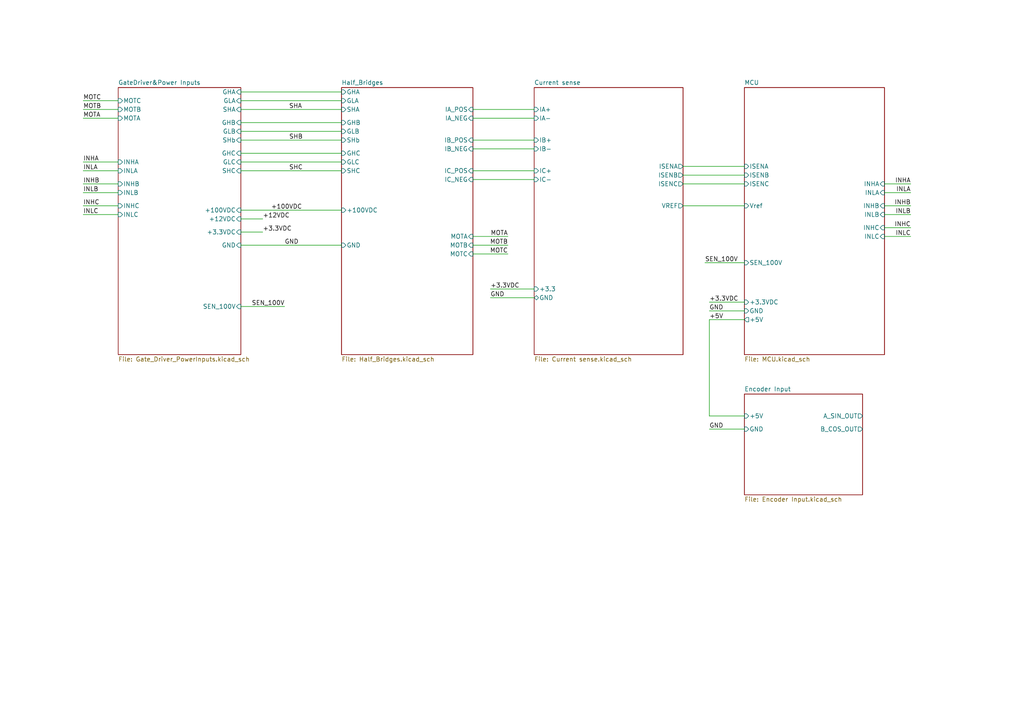
<source format=kicad_sch>
(kicad_sch
	(version 20250114)
	(generator "eeschema")
	(generator_version "9.0")
	(uuid "3e1046b6-e265-4cdd-8404-c358cfc105fe")
	(paper "A4")
	(title_block
		(date "2025-04-19")
		(rev "1")
	)
	(lib_symbols)
	(wire
		(pts
			(xy 24.13 49.53) (xy 34.29 49.53)
		)
		(stroke
			(width 0)
			(type default)
		)
		(uuid "0bb6813a-ef5a-4e9c-a838-3b4729bafff8")
	)
	(wire
		(pts
			(xy 137.16 34.29) (xy 154.94 34.29)
		)
		(stroke
			(width 0)
			(type default)
		)
		(uuid "14409c0d-1da1-442a-a239-5b29c52d79fc")
	)
	(wire
		(pts
			(xy 205.74 120.65) (xy 215.9 120.65)
		)
		(stroke
			(width 0)
			(type default)
		)
		(uuid "1d363c5d-ed17-424f-8d25-ea8ce4ccf227")
	)
	(wire
		(pts
			(xy 76.2 67.31) (xy 69.85 67.31)
		)
		(stroke
			(width 0)
			(type default)
		)
		(uuid "23c9ef9d-f132-4525-9463-744c9f87c575")
	)
	(wire
		(pts
			(xy 205.74 92.71) (xy 205.74 120.65)
		)
		(stroke
			(width 0)
			(type default)
		)
		(uuid "24d1c028-fd74-49cc-bb82-143838135e41")
	)
	(wire
		(pts
			(xy 24.13 29.21) (xy 34.29 29.21)
		)
		(stroke
			(width 0)
			(type default)
		)
		(uuid "2cda8b61-ef0b-476b-91e9-06e740713639")
	)
	(wire
		(pts
			(xy 76.2 63.5) (xy 69.85 63.5)
		)
		(stroke
			(width 0)
			(type default)
		)
		(uuid "32e01962-6210-453a-b19b-9a2b467383e9")
	)
	(wire
		(pts
			(xy 69.85 60.96) (xy 99.06 60.96)
		)
		(stroke
			(width 0)
			(type default)
		)
		(uuid "37addac4-1c84-4706-86ee-dd08e8b87141")
	)
	(wire
		(pts
			(xy 69.85 40.64) (xy 99.06 40.64)
		)
		(stroke
			(width 0)
			(type default)
		)
		(uuid "38ef40ff-0e52-4e4d-be1d-e38ef90952f4")
	)
	(wire
		(pts
			(xy 69.85 46.99) (xy 99.06 46.99)
		)
		(stroke
			(width 0)
			(type default)
		)
		(uuid "3c8387a1-85bb-48d6-8fa9-b19178980d7e")
	)
	(wire
		(pts
			(xy 24.13 53.34) (xy 34.29 53.34)
		)
		(stroke
			(width 0)
			(type default)
		)
		(uuid "3d5011dd-3b57-4e3a-931f-54d68d8365db")
	)
	(wire
		(pts
			(xy 215.9 92.71) (xy 205.74 92.71)
		)
		(stroke
			(width 0)
			(type default)
		)
		(uuid "3f225442-b2f8-4573-99d5-eae736e83bcd")
	)
	(wire
		(pts
			(xy 264.16 55.88) (xy 256.54 55.88)
		)
		(stroke
			(width 0)
			(type default)
		)
		(uuid "46c158cd-3bb0-48c7-a03e-05dce5b363e1")
	)
	(wire
		(pts
			(xy 205.74 124.46) (xy 215.9 124.46)
		)
		(stroke
			(width 0)
			(type default)
		)
		(uuid "47bcb596-e0ca-4192-9e86-64c4eec47222")
	)
	(wire
		(pts
			(xy 137.16 52.07) (xy 154.94 52.07)
		)
		(stroke
			(width 0)
			(type default)
		)
		(uuid "55de407e-442c-47d9-befd-04ff83523eaf")
	)
	(wire
		(pts
			(xy 69.85 35.56) (xy 99.06 35.56)
		)
		(stroke
			(width 0)
			(type default)
		)
		(uuid "57f95698-0288-45b4-8f49-955f037d3073")
	)
	(wire
		(pts
			(xy 264.16 62.23) (xy 256.54 62.23)
		)
		(stroke
			(width 0)
			(type default)
		)
		(uuid "614c3ddf-02cd-456c-9c1c-d9b4a0a4d04f")
	)
	(wire
		(pts
			(xy 82.55 88.9) (xy 69.85 88.9)
		)
		(stroke
			(width 0)
			(type default)
		)
		(uuid "68397ead-5711-4253-b675-09b03ea9e730")
	)
	(wire
		(pts
			(xy 24.13 34.29) (xy 34.29 34.29)
		)
		(stroke
			(width 0)
			(type default)
		)
		(uuid "69df7254-88d4-490a-97fe-11731c3598ff")
	)
	(wire
		(pts
			(xy 24.13 62.23) (xy 34.29 62.23)
		)
		(stroke
			(width 0)
			(type default)
		)
		(uuid "6cdeb102-fae7-43a1-a724-1aaa59b80886")
	)
	(wire
		(pts
			(xy 69.85 26.67) (xy 99.06 26.67)
		)
		(stroke
			(width 0)
			(type default)
		)
		(uuid "6d255231-acc5-48ea-9968-56142c83a7c0")
	)
	(wire
		(pts
			(xy 69.85 31.75) (xy 99.06 31.75)
		)
		(stroke
			(width 0)
			(type default)
		)
		(uuid "6fadf8bb-5eef-42bd-8858-a5be91c01a6f")
	)
	(wire
		(pts
			(xy 137.16 49.53) (xy 154.94 49.53)
		)
		(stroke
			(width 0)
			(type default)
		)
		(uuid "78143685-0963-4f9d-b778-acb22a5ac42b")
	)
	(wire
		(pts
			(xy 69.85 49.53) (xy 99.06 49.53)
		)
		(stroke
			(width 0)
			(type default)
		)
		(uuid "785151b9-8a64-409f-b407-a57e61712271")
	)
	(wire
		(pts
			(xy 24.13 31.75) (xy 34.29 31.75)
		)
		(stroke
			(width 0)
			(type default)
		)
		(uuid "78850930-6c65-4420-8f07-59cddb32e1a2")
	)
	(wire
		(pts
			(xy 264.16 59.69) (xy 256.54 59.69)
		)
		(stroke
			(width 0)
			(type default)
		)
		(uuid "79e56349-ba87-47f2-ae5e-2a045e251c11")
	)
	(wire
		(pts
			(xy 137.16 40.64) (xy 154.94 40.64)
		)
		(stroke
			(width 0)
			(type default)
		)
		(uuid "7d7ae595-6ec5-4a0a-9ae5-e9adc179d3a0")
	)
	(wire
		(pts
			(xy 205.74 87.63) (xy 215.9 87.63)
		)
		(stroke
			(width 0)
			(type default)
		)
		(uuid "87715005-ff20-474b-81cf-9cfed17db1e1")
	)
	(wire
		(pts
			(xy 198.12 53.34) (xy 215.9 53.34)
		)
		(stroke
			(width 0)
			(type default)
		)
		(uuid "87e2ea45-684f-401c-900f-cb525cff54ac")
	)
	(wire
		(pts
			(xy 198.12 59.69) (xy 215.9 59.69)
		)
		(stroke
			(width 0)
			(type default)
		)
		(uuid "951fb531-e14e-4fdf-9f97-3365bc76e843")
	)
	(wire
		(pts
			(xy 264.16 68.58) (xy 256.54 68.58)
		)
		(stroke
			(width 0)
			(type default)
		)
		(uuid "9522f6f4-c6d9-4748-ad92-8b3ff6d4c645")
	)
	(wire
		(pts
			(xy 198.12 50.8) (xy 215.9 50.8)
		)
		(stroke
			(width 0)
			(type default)
		)
		(uuid "975b0518-8ec9-468b-87f5-1ca67bca068e")
	)
	(wire
		(pts
			(xy 69.85 44.45) (xy 99.06 44.45)
		)
		(stroke
			(width 0)
			(type default)
		)
		(uuid "9ef0bc8e-e28e-4f60-bfe7-6ff788b5cbd4")
	)
	(wire
		(pts
			(xy 142.24 83.82) (xy 154.94 83.82)
		)
		(stroke
			(width 0)
			(type default)
		)
		(uuid "a3a1501d-7944-49c5-843c-f8a648d5d4d9")
	)
	(wire
		(pts
			(xy 24.13 46.99) (xy 34.29 46.99)
		)
		(stroke
			(width 0)
			(type default)
		)
		(uuid "a6ccab23-d161-405d-bb98-d3fffee89c6a")
	)
	(wire
		(pts
			(xy 137.16 43.18) (xy 154.94 43.18)
		)
		(stroke
			(width 0)
			(type default)
		)
		(uuid "ae2a31a2-9012-4927-b1af-316b72be4205")
	)
	(wire
		(pts
			(xy 69.85 29.21) (xy 99.06 29.21)
		)
		(stroke
			(width 0)
			(type default)
		)
		(uuid "bcc8cd99-7086-4d2d-a54a-f3ddce97c20d")
	)
	(wire
		(pts
			(xy 147.32 73.66) (xy 137.16 73.66)
		)
		(stroke
			(width 0)
			(type default)
		)
		(uuid "c036e8f8-9d4c-4d0d-87bd-bda99d5b5701")
	)
	(wire
		(pts
			(xy 69.85 71.12) (xy 99.06 71.12)
		)
		(stroke
			(width 0)
			(type default)
		)
		(uuid "c9829a5d-1aa2-4d61-93f7-1af7c5e7979c")
	)
	(wire
		(pts
			(xy 142.24 86.36) (xy 154.94 86.36)
		)
		(stroke
			(width 0)
			(type default)
		)
		(uuid "cd8368a3-4444-4e1e-a2f0-55467a099e25")
	)
	(wire
		(pts
			(xy 147.32 71.12) (xy 137.16 71.12)
		)
		(stroke
			(width 0)
			(type default)
		)
		(uuid "cfcb7a2f-957a-4be4-82b6-279b63d81fc2")
	)
	(wire
		(pts
			(xy 147.32 68.58) (xy 137.16 68.58)
		)
		(stroke
			(width 0)
			(type default)
		)
		(uuid "d46114a8-2f44-414e-888d-f70b8500e5f3")
	)
	(wire
		(pts
			(xy 204.47 76.2) (xy 215.9 76.2)
		)
		(stroke
			(width 0)
			(type default)
		)
		(uuid "d6a5b146-0d39-425e-966a-4f440f148870")
	)
	(wire
		(pts
			(xy 198.12 48.26) (xy 215.9 48.26)
		)
		(stroke
			(width 0)
			(type default)
		)
		(uuid "d727cde4-2463-48d0-8173-1c1ae53e6822")
	)
	(wire
		(pts
			(xy 137.16 31.75) (xy 154.94 31.75)
		)
		(stroke
			(width 0)
			(type default)
		)
		(uuid "d7b8c6f8-bff6-4824-b628-0b514e8df6ff")
	)
	(wire
		(pts
			(xy 24.13 55.88) (xy 34.29 55.88)
		)
		(stroke
			(width 0)
			(type default)
		)
		(uuid "e4ac54ca-2a48-4ea5-874b-a5f81615603e")
	)
	(wire
		(pts
			(xy 69.85 38.1) (xy 99.06 38.1)
		)
		(stroke
			(width 0)
			(type default)
		)
		(uuid "f0dcaed2-b9b8-4c10-b182-17db3d11ea80")
	)
	(wire
		(pts
			(xy 264.16 66.04) (xy 256.54 66.04)
		)
		(stroke
			(width 0)
			(type default)
		)
		(uuid "f341b796-f03f-4255-b22b-45d55e5ebadf")
	)
	(wire
		(pts
			(xy 24.13 59.69) (xy 34.29 59.69)
		)
		(stroke
			(width 0)
			(type default)
		)
		(uuid "f790812f-9b38-47a9-80df-43163d8a14de")
	)
	(wire
		(pts
			(xy 205.74 90.17) (xy 215.9 90.17)
		)
		(stroke
			(width 0)
			(type default)
		)
		(uuid "f9f4e13a-e7e7-4a08-a885-9576f6499038")
	)
	(wire
		(pts
			(xy 264.16 53.34) (xy 256.54 53.34)
		)
		(stroke
			(width 0)
			(type default)
		)
		(uuid "fa0b6977-2902-4212-bc7b-b01c0e4c20fd")
	)
	(label "GND"
		(at 205.74 90.17 0)
		(effects
			(font
				(size 1.27 1.27)
			)
			(justify left bottom)
		)
		(uuid "007c6620-3cc8-4364-9dda-1fb8253d54b8")
	)
	(label "MOTA"
		(at 147.32 68.58 180)
		(effects
			(font
				(size 1.27 1.27)
			)
			(justify right bottom)
		)
		(uuid "06f95d71-4d51-480c-86e4-6f1e17ae65a8")
	)
	(label "INHB"
		(at 24.13 53.34 0)
		(effects
			(font
				(size 1.27 1.27)
			)
			(justify left bottom)
		)
		(uuid "07b56982-c0fc-4b48-b791-bd819cfbbfb2")
	)
	(label "MOTB"
		(at 147.32 71.12 180)
		(effects
			(font
				(size 1.27 1.27)
			)
			(justify right bottom)
		)
		(uuid "1b3574fe-8f44-4696-a71d-e6b55d7cd4b5")
	)
	(label "INLA"
		(at 24.13 49.53 0)
		(effects
			(font
				(size 1.27 1.27)
			)
			(justify left bottom)
		)
		(uuid "26898649-e1db-4896-ae45-655572342a8f")
	)
	(label "INLA"
		(at 264.16 55.88 180)
		(effects
			(font
				(size 1.27 1.27)
			)
			(justify right bottom)
		)
		(uuid "34955b5c-dada-438c-acd6-fa1080024ace")
	)
	(label "MOTB"
		(at 24.13 31.75 0)
		(effects
			(font
				(size 1.27 1.27)
			)
			(justify left bottom)
		)
		(uuid "3783ec5b-4f14-4a91-9f1f-4fdac0794ca4")
	)
	(label "+100VDC"
		(at 87.63 60.96 180)
		(effects
			(font
				(size 1.27 1.27)
			)
			(justify right bottom)
		)
		(uuid "437ef943-8b9a-452e-a0cc-b22d9f7d0607")
	)
	(label "SEN_100V"
		(at 204.47 76.2 0)
		(effects
			(font
				(size 1.27 1.27)
			)
			(justify left bottom)
		)
		(uuid "46d3f797-23d5-4b51-bde4-9e398c9e75b0")
	)
	(label "SHC"
		(at 83.82 49.53 0)
		(effects
			(font
				(size 1.27 1.27)
			)
			(justify left bottom)
		)
		(uuid "4888a0e1-1461-4050-a2df-7882351ffd33")
	)
	(label "GND"
		(at 142.24 86.36 0)
		(effects
			(font
				(size 1.27 1.27)
			)
			(justify left bottom)
		)
		(uuid "51b8c7fa-7f6a-4c3d-9778-1045c54e6c89")
	)
	(label "+3.3VDC"
		(at 142.24 83.82 0)
		(effects
			(font
				(size 1.27 1.27)
			)
			(justify left bottom)
		)
		(uuid "51c3419a-c811-459e-a3e2-065f130d6543")
	)
	(label "+5V"
		(at 205.74 92.71 0)
		(effects
			(font
				(size 1.27 1.27)
			)
			(justify left bottom)
		)
		(uuid "5c46af79-193d-4742-a3cc-5d4fdf070d4f")
	)
	(label "SHB"
		(at 83.82 40.64 0)
		(effects
			(font
				(size 1.27 1.27)
			)
			(justify left bottom)
		)
		(uuid "5d9edee7-cfdb-46fb-ae07-1e1ab418cbb3")
	)
	(label "MOTA"
		(at 24.13 34.29 0)
		(effects
			(font
				(size 1.27 1.27)
			)
			(justify left bottom)
		)
		(uuid "65043e3e-c1c2-4ea3-940f-aca8723baf22")
	)
	(label "SHA"
		(at 87.63 31.75 180)
		(effects
			(font
				(size 1.27 1.27)
			)
			(justify right bottom)
		)
		(uuid "69588273-ef52-4ee6-ad30-1608b8f774cd")
	)
	(label "+3.3VDC"
		(at 205.74 87.63 0)
		(effects
			(font
				(size 1.27 1.27)
			)
			(justify left bottom)
		)
		(uuid "6dae1ac5-696d-483e-a740-72f55bc173cb")
	)
	(label "INHA"
		(at 24.13 46.99 0)
		(effects
			(font
				(size 1.27 1.27)
			)
			(justify left bottom)
		)
		(uuid "73d75eb8-5b8a-484a-8ff4-4bfa0c89536e")
	)
	(label "GND"
		(at 82.55 71.12 0)
		(effects
			(font
				(size 1.27 1.27)
			)
			(justify left bottom)
		)
		(uuid "75b95d07-a291-469d-a693-4d30de4da4d5")
	)
	(label "+3.3VDC"
		(at 76.2 67.31 0)
		(effects
			(font
				(size 1.27 1.27)
			)
			(justify left bottom)
		)
		(uuid "7a51b4a2-03f8-447b-b059-e02af718bcea")
	)
	(label "+12VDC"
		(at 76.2 63.5 0)
		(effects
			(font
				(size 1.27 1.27)
			)
			(justify left bottom)
		)
		(uuid "88933d16-af2b-41b0-86e3-7ac982cc6804")
	)
	(label "MOTC"
		(at 24.13 29.21 0)
		(effects
			(font
				(size 1.27 1.27)
			)
			(justify left bottom)
		)
		(uuid "8b1dcc58-d41a-45d0-a869-893f876c40ec")
	)
	(label "MOTC"
		(at 147.32 73.66 180)
		(effects
			(font
				(size 1.27 1.27)
			)
			(justify right bottom)
		)
		(uuid "8fda1b27-c211-4e79-98ee-2f07239615dd")
	)
	(label "GND"
		(at 205.74 124.46 0)
		(effects
			(font
				(size 1.27 1.27)
			)
			(justify left bottom)
		)
		(uuid "985a7f9e-bd1a-4c21-a8ee-be719ea4bb71")
	)
	(label "INLC"
		(at 264.16 68.58 180)
		(effects
			(font
				(size 1.27 1.27)
			)
			(justify right bottom)
		)
		(uuid "9869ff46-4a6f-4a22-85bc-057344d97cc9")
	)
	(label "SEN_100V"
		(at 82.55 88.9 180)
		(effects
			(font
				(size 1.27 1.27)
			)
			(justify right bottom)
		)
		(uuid "9be92621-2fda-4594-acb8-790a1f490816")
	)
	(label "INHC"
		(at 24.13 59.69 0)
		(effects
			(font
				(size 1.27 1.27)
			)
			(justify left bottom)
		)
		(uuid "af8ccd77-4cb7-4263-8e90-dcf357f7ba51")
	)
	(label "INHC"
		(at 264.16 66.04 180)
		(effects
			(font
				(size 1.27 1.27)
			)
			(justify right bottom)
		)
		(uuid "d5212538-0014-4ddd-9ea5-0d2f92f83732")
	)
	(label "INLC"
		(at 24.13 62.23 0)
		(effects
			(font
				(size 1.27 1.27)
			)
			(justify left bottom)
		)
		(uuid "dcd82ff9-ba02-4017-bcf9-5391849a46fa")
	)
	(label "INHA"
		(at 264.16 53.34 180)
		(effects
			(font
				(size 1.27 1.27)
			)
			(justify right bottom)
		)
		(uuid "df82fe0e-1bb7-4685-acf6-18874e158a9e")
	)
	(label "INHB"
		(at 264.16 59.69 180)
		(effects
			(font
				(size 1.27 1.27)
			)
			(justify right bottom)
		)
		(uuid "f340a225-6f5e-44ad-8c57-c1c092dc501c")
	)
	(label "INLB"
		(at 264.16 62.23 180)
		(effects
			(font
				(size 1.27 1.27)
			)
			(justify right bottom)
		)
		(uuid "f761ba14-0adf-4bdd-ba58-6f772cca7698")
	)
	(label "INLB"
		(at 24.13 55.88 0)
		(effects
			(font
				(size 1.27 1.27)
			)
			(justify left bottom)
		)
		(uuid "fa67cf8f-90c9-4dbb-b9b9-e9b913206f96")
	)
	(sheet
		(at 34.29 25.4)
		(size 35.56 77.47)
		(exclude_from_sim no)
		(in_bom yes)
		(on_board yes)
		(dnp no)
		(fields_autoplaced yes)
		(stroke
			(width 0.1524)
			(type solid)
		)
		(fill
			(color 0 0 0 0.0000)
		)
		(uuid "03e2b942-8425-43a4-a33a-3293cc4215cb")
		(property "Sheetname" "GateDriver&Power Inputs"
			(at 34.29 24.6884 0)
			(effects
				(font
					(size 1.27 1.27)
				)
				(justify left bottom)
			)
		)
		(property "Sheetfile" "Gate_Driver_PowerInputs.kicad_sch"
			(at 34.29 103.4546 0)
			(effects
				(font
					(size 1.27 1.27)
				)
				(justify left top)
			)
		)
		(pin "MOTC" input
			(at 34.29 29.21 180)
			(uuid "36d9e6db-f770-4763-9098-3a1c7139de1f")
			(effects
				(font
					(size 1.27 1.27)
				)
				(justify left)
			)
		)
		(pin "MOTB" input
			(at 34.29 31.75 180)
			(uuid "b4a39533-c5fb-431c-9f5b-8d8ae0692254")
			(effects
				(font
					(size 1.27 1.27)
				)
				(justify left)
			)
		)
		(pin "+100VDC" input
			(at 69.85 60.96 0)
			(uuid "613f963f-17d7-4897-81b7-0c32f47af66e")
			(effects
				(font
					(size 1.27 1.27)
				)
				(justify right)
			)
		)
		(pin "MOTA" input
			(at 34.29 34.29 180)
			(uuid "d9740e95-4b2a-4c19-931c-16f85843ad95")
			(effects
				(font
					(size 1.27 1.27)
				)
				(justify left)
			)
		)
		(pin "GLA" input
			(at 69.85 29.21 0)
			(uuid "c7333463-a745-49dc-a018-4a6574953e79")
			(effects
				(font
					(size 1.27 1.27)
				)
				(justify right)
			)
		)
		(pin "SHA" input
			(at 69.85 31.75 0)
			(uuid "c48e311c-9875-4ed6-a859-4e560d02a3a3")
			(effects
				(font
					(size 1.27 1.27)
				)
				(justify right)
			)
		)
		(pin "GHA" input
			(at 69.85 26.67 0)
			(uuid "2fd337ec-f4ea-4f9c-8534-a8654454a7f8")
			(effects
				(font
					(size 1.27 1.27)
				)
				(justify right)
			)
		)
		(pin "SHb" input
			(at 69.85 40.64 0)
			(uuid "4959addb-5b71-4292-a426-5296e70f9b03")
			(effects
				(font
					(size 1.27 1.27)
				)
				(justify right)
			)
		)
		(pin "SHC" input
			(at 69.85 49.53 0)
			(uuid "b2082b14-2dca-419e-9d55-4d532aed2cae")
			(effects
				(font
					(size 1.27 1.27)
				)
				(justify right)
			)
		)
		(pin "GHC" input
			(at 69.85 44.45 0)
			(uuid "96d5900b-e28d-4922-a763-e85843f802d4")
			(effects
				(font
					(size 1.27 1.27)
				)
				(justify right)
			)
		)
		(pin "GHB" input
			(at 69.85 35.56 0)
			(uuid "51b82590-ae31-480c-9584-8111a15d189d")
			(effects
				(font
					(size 1.27 1.27)
				)
				(justify right)
			)
		)
		(pin "GLB" input
			(at 69.85 38.1 0)
			(uuid "17ffa565-c4e0-4206-969d-51a3533f68e1")
			(effects
				(font
					(size 1.27 1.27)
				)
				(justify right)
			)
		)
		(pin "GLC" input
			(at 69.85 46.99 0)
			(uuid "0049d129-345c-437b-b4b6-91dd5c14cf97")
			(effects
				(font
					(size 1.27 1.27)
				)
				(justify right)
			)
		)
		(pin "GND" input
			(at 69.85 71.12 0)
			(uuid "6522412d-c973-4f71-ba24-31ff5a0b1fe9")
			(effects
				(font
					(size 1.27 1.27)
				)
				(justify right)
			)
		)
		(pin "INLC" input
			(at 34.29 62.23 180)
			(uuid "1dd64938-f439-49c3-b42b-ff1510c46c80")
			(effects
				(font
					(size 1.27 1.27)
				)
				(justify left)
			)
		)
		(pin "INLB" input
			(at 34.29 55.88 180)
			(uuid "078e69a6-1a48-4104-a5d7-542aff8264f2")
			(effects
				(font
					(size 1.27 1.27)
				)
				(justify left)
			)
		)
		(pin "INLA" input
			(at 34.29 49.53 180)
			(uuid "5a5bcc94-7b5e-439a-bc55-41fb88606562")
			(effects
				(font
					(size 1.27 1.27)
				)
				(justify left)
			)
		)
		(pin "INHC" input
			(at 34.29 59.69 180)
			(uuid "841a3c04-14f8-481c-be0f-0a863bef1aec")
			(effects
				(font
					(size 1.27 1.27)
				)
				(justify left)
			)
		)
		(pin "+12VDC" input
			(at 69.85 63.5 0)
			(uuid "e1f5c182-885f-4d20-9b7a-49e48db23270")
			(effects
				(font
					(size 1.27 1.27)
				)
				(justify right)
			)
		)
		(pin "+3.3VDC" input
			(at 69.85 67.31 0)
			(uuid "f55fbe5c-e7b0-4a65-b13b-be33c329961a")
			(effects
				(font
					(size 1.27 1.27)
				)
				(justify right)
			)
		)
		(pin "SEN_100V" input
			(at 69.85 88.9 0)
			(uuid "3ad2a47a-55b0-49be-b6b0-5783395fe753")
			(effects
				(font
					(size 1.27 1.27)
				)
				(justify right)
			)
		)
		(pin "INHA" input
			(at 34.29 46.99 180)
			(uuid "eb4e04a2-f021-44e4-a8c7-2089370deebd")
			(effects
				(font
					(size 1.27 1.27)
				)
				(justify left)
			)
		)
		(pin "INHB" input
			(at 34.29 53.34 180)
			(uuid "4629bd5d-70cc-4d0c-b698-d74c7bf7aab3")
			(effects
				(font
					(size 1.27 1.27)
				)
				(justify left)
			)
		)
		(instances
			(project "Custom Inverter PCB"
				(path "/3e1046b6-e265-4cdd-8404-c358cfc105fe"
					(page "2")
				)
			)
		)
	)
	(sheet
		(at 215.9 25.4)
		(size 40.64 77.47)
		(exclude_from_sim no)
		(in_bom yes)
		(on_board yes)
		(dnp no)
		(fields_autoplaced yes)
		(stroke
			(width 0.1524)
			(type solid)
		)
		(fill
			(color 0 0 0 0.0000)
		)
		(uuid "0b285de8-9ee2-45ab-8a02-21d3047a383b")
		(property "Sheetname" "MCU"
			(at 215.9 24.6884 0)
			(effects
				(font
					(size 1.27 1.27)
				)
				(justify left bottom)
			)
		)
		(property "Sheetfile" "MCU.kicad_sch"
			(at 215.9 103.4546 0)
			(effects
				(font
					(size 1.27 1.27)
				)
				(justify left top)
			)
		)
		(pin "INLB" input
			(at 256.54 62.23 0)
			(uuid "623ad624-315c-4e4a-b6e5-bc1716c0a3cb")
			(effects
				(font
					(size 1.27 1.27)
				)
				(justify right)
			)
		)
		(pin "INLC" input
			(at 256.54 68.58 0)
			(uuid "79e5c956-5f1c-4af5-a935-b20b86930e72")
			(effects
				(font
					(size 1.27 1.27)
				)
				(justify right)
			)
		)
		(pin "ISENC" input
			(at 215.9 53.34 180)
			(uuid "e11552ee-9d80-4c24-97e6-21b27cee1127")
			(effects
				(font
					(size 1.27 1.27)
				)
				(justify left)
			)
		)
		(pin "ISENB" input
			(at 215.9 50.8 180)
			(uuid "2472a1eb-b6be-4337-9abf-2c6bca803732")
			(effects
				(font
					(size 1.27 1.27)
				)
				(justify left)
			)
		)
		(pin "ISENA" input
			(at 215.9 48.26 180)
			(uuid "e42b6ab1-88f0-47f6-8937-2b70a6509252")
			(effects
				(font
					(size 1.27 1.27)
				)
				(justify left)
			)
		)
		(pin "SEN_100V" input
			(at 215.9 76.2 180)
			(uuid "7535a667-4e87-48a8-bdbe-85a689855a21")
			(effects
				(font
					(size 1.27 1.27)
				)
				(justify left)
			)
		)
		(pin "+3.3VDC" input
			(at 215.9 87.63 180)
			(uuid "aa613454-438b-46f0-a428-fbf5c7391a70")
			(effects
				(font
					(size 1.27 1.27)
				)
				(justify left)
			)
		)
		(pin "GND" input
			(at 215.9 90.17 180)
			(uuid "38a83c41-a66a-423b-ab78-876f6273a6c2")
			(effects
				(font
					(size 1.27 1.27)
				)
				(justify left)
			)
		)
		(pin "INHA" input
			(at 256.54 53.34 0)
			(uuid "260b650d-6f3c-4684-8014-13e778d89575")
			(effects
				(font
					(size 1.27 1.27)
				)
				(justify right)
			)
		)
		(pin "INHB" input
			(at 256.54 59.69 0)
			(uuid "e0fa59a5-eeeb-4432-81ac-0de314cd222e")
			(effects
				(font
					(size 1.27 1.27)
				)
				(justify right)
			)
		)
		(pin "INHC" input
			(at 256.54 66.04 0)
			(uuid "16f86507-7dc1-49f0-a9ef-2c56197e1d9b")
			(effects
				(font
					(size 1.27 1.27)
				)
				(justify right)
			)
		)
		(pin "INLA" input
			(at 256.54 55.88 0)
			(uuid "5ccee9a9-922e-4d4c-963f-156dca2ddd4d")
			(effects
				(font
					(size 1.27 1.27)
				)
				(justify right)
			)
		)
		(pin "Vref" input
			(at 215.9 59.69 180)
			(uuid "1ca9f20c-96ff-4fbb-b2f4-b76a87f80edd")
			(effects
				(font
					(size 1.27 1.27)
				)
				(justify left)
			)
		)
		(pin "+5V" output
			(at 215.9 92.71 180)
			(uuid "dc55b8ea-7825-4507-8a94-933407af6837")
			(effects
				(font
					(size 1.27 1.27)
				)
				(justify left)
			)
		)
		(instances
			(project "Custom Inverter PCB"
				(path "/3e1046b6-e265-4cdd-8404-c358cfc105fe"
					(page "3")
				)
			)
		)
	)
	(sheet
		(at 215.9 114.3)
		(size 34.29 29.21)
		(exclude_from_sim no)
		(in_bom yes)
		(on_board yes)
		(dnp no)
		(fields_autoplaced yes)
		(stroke
			(width 0.1524)
			(type solid)
		)
		(fill
			(color 0 0 0 0.0000)
		)
		(uuid "b97c4033-3e4d-4eed-9d6e-e3e54b51d869")
		(property "Sheetname" "Encoder Input"
			(at 215.9 113.5884 0)
			(effects
				(font
					(size 1.27 1.27)
				)
				(justify left bottom)
			)
		)
		(property "Sheetfile" "Encoder Input.kicad_sch"
			(at 215.9 144.0946 0)
			(effects
				(font
					(size 1.27 1.27)
				)
				(justify left top)
			)
		)
		(pin "+5V" input
			(at 215.9 120.65 180)
			(uuid "f8e7300e-0de7-4ed5-8a6e-6c5b4020ac30")
			(effects
				(font
					(size 1.27 1.27)
				)
				(justify left)
			)
		)
		(pin "A_SIN_OUT" output
			(at 250.19 120.65 0)
			(uuid "4c54cc81-0e01-4ebe-8ff5-e02781f8f59d")
			(effects
				(font
					(size 1.27 1.27)
				)
				(justify right)
			)
		)
		(pin "B_COS_OUT" output
			(at 250.19 124.46 0)
			(uuid "da5f57c1-74c7-423c-8322-0eadf2084620")
			(effects
				(font
					(size 1.27 1.27)
				)
				(justify right)
			)
		)
		(pin "GND" input
			(at 215.9 124.46 180)
			(uuid "e53c84ba-b28e-4445-86f1-d30a6b714ad2")
			(effects
				(font
					(size 1.27 1.27)
				)
				(justify left)
			)
		)
		(instances
			(project "Custom Inverter PCB"
				(path "/3e1046b6-e265-4cdd-8404-c358cfc105fe"
					(page "6")
				)
			)
		)
	)
	(sheet
		(at 99.06 25.4)
		(size 38.1 77.47)
		(exclude_from_sim no)
		(in_bom yes)
		(on_board yes)
		(dnp no)
		(fields_autoplaced yes)
		(stroke
			(width 0.1524)
			(type solid)
		)
		(fill
			(color 0 0 0 0.0000)
		)
		(uuid "dd00afae-8344-4250-8f9c-c68c6680e783")
		(property "Sheetname" "Half_Bridges"
			(at 99.06 24.6884 0)
			(effects
				(font
					(size 1.27 1.27)
				)
				(justify left bottom)
			)
		)
		(property "Sheetfile" "Half_Bridges.kicad_sch"
			(at 99.06 103.4546 0)
			(effects
				(font
					(size 1.27 1.27)
				)
				(justify left top)
			)
		)
		(pin "MOTB" input
			(at 137.16 71.12 0)
			(uuid "f0e4d035-2b53-4605-b59f-9c52f7ab0b87")
			(effects
				(font
					(size 1.27 1.27)
				)
				(justify right)
			)
		)
		(pin "GND" input
			(at 99.06 71.12 180)
			(uuid "a1e028cf-b981-4828-a4dc-4b68d0649eaf")
			(effects
				(font
					(size 1.27 1.27)
				)
				(justify left)
			)
		)
		(pin "MOTA" input
			(at 137.16 68.58 0)
			(uuid "350e5ae6-0dfd-4dc6-aa5f-05bbe0528b52")
			(effects
				(font
					(size 1.27 1.27)
				)
				(justify right)
			)
		)
		(pin "MOTC" input
			(at 137.16 73.66 0)
			(uuid "79ae28a7-178d-4fd2-a14b-1a14126c1f55")
			(effects
				(font
					(size 1.27 1.27)
				)
				(justify right)
			)
		)
		(pin "+100VDC" input
			(at 99.06 60.96 180)
			(uuid "c80243b2-1510-4b11-9238-12bdd681dda9")
			(effects
				(font
					(size 1.27 1.27)
				)
				(justify left)
			)
		)
		(pin "GHA" input
			(at 99.06 26.67 180)
			(uuid "2cf71a4e-652e-48f5-8acd-e211e462c545")
			(effects
				(font
					(size 1.27 1.27)
				)
				(justify left)
			)
		)
		(pin "SHA" input
			(at 99.06 31.75 180)
			(uuid "254ae0d5-8d8d-4117-91e0-1a6eede29100")
			(effects
				(font
					(size 1.27 1.27)
				)
				(justify left)
			)
		)
		(pin "GHB" input
			(at 99.06 35.56 180)
			(uuid "a014e2cb-d207-4afd-87e2-cd6dec480054")
			(effects
				(font
					(size 1.27 1.27)
				)
				(justify left)
			)
		)
		(pin "SHb" input
			(at 99.06 40.64 180)
			(uuid "2f04221e-0a5d-4c5b-9da1-df2420c26f7b")
			(effects
				(font
					(size 1.27 1.27)
				)
				(justify left)
			)
		)
		(pin "GLA" input
			(at 99.06 29.21 180)
			(uuid "95589d40-d8e1-47a0-884a-d4b3652cbc06")
			(effects
				(font
					(size 1.27 1.27)
				)
				(justify left)
			)
		)
		(pin "GHC" input
			(at 99.06 44.45 180)
			(uuid "835e8b9e-67f5-4bd8-b03d-8e828ff59748")
			(effects
				(font
					(size 1.27 1.27)
				)
				(justify left)
			)
		)
		(pin "GLC" input
			(at 99.06 46.99 180)
			(uuid "45612007-a09f-4405-9b21-a58f2c7f96db")
			(effects
				(font
					(size 1.27 1.27)
				)
				(justify left)
			)
		)
		(pin "GLB" input
			(at 99.06 38.1 180)
			(uuid "b7e22100-4570-4d41-aa0a-8dc4b42406b4")
			(effects
				(font
					(size 1.27 1.27)
				)
				(justify left)
			)
		)
		(pin "SHC" input
			(at 99.06 49.53 180)
			(uuid "125c789e-66ab-45dc-85e3-bedabf6e3fda")
			(effects
				(font
					(size 1.27 1.27)
				)
				(justify left)
			)
		)
		(pin "IC_POS" input
			(at 137.16 49.53 0)
			(uuid "49d56c88-e253-43d5-ae1d-d26462c19e3d")
			(effects
				(font
					(size 1.27 1.27)
				)
				(justify right)
			)
		)
		(pin "IC_NEG" input
			(at 137.16 52.07 0)
			(uuid "8feb8dd4-8efc-4552-be9a-89f163c86af3")
			(effects
				(font
					(size 1.27 1.27)
				)
				(justify right)
			)
		)
		(pin "IB_NEG" input
			(at 137.16 43.18 0)
			(uuid "ee2ef192-8bca-497e-9a09-5a5aa8d1c6c5")
			(effects
				(font
					(size 1.27 1.27)
				)
				(justify right)
			)
		)
		(pin "IA_POS" input
			(at 137.16 31.75 0)
			(uuid "cf452b81-c003-4049-bf01-24cd52028991")
			(effects
				(font
					(size 1.27 1.27)
				)
				(justify right)
			)
		)
		(pin "IB_POS" input
			(at 137.16 40.64 0)
			(uuid "56ceb247-7a88-44ab-8570-8b272e1607cd")
			(effects
				(font
					(size 1.27 1.27)
				)
				(justify right)
			)
		)
		(pin "IA_NEG" input
			(at 137.16 34.29 0)
			(uuid "96aa98d8-1080-45d6-a95d-ad3ee61b5edd")
			(effects
				(font
					(size 1.27 1.27)
				)
				(justify right)
			)
		)
		(instances
			(project "Custom Inverter PCB"
				(path "/3e1046b6-e265-4cdd-8404-c358cfc105fe"
					(page "4")
				)
			)
		)
	)
	(sheet
		(at 154.94 25.4)
		(size 43.18 77.47)
		(exclude_from_sim no)
		(in_bom yes)
		(on_board yes)
		(dnp no)
		(fields_autoplaced yes)
		(stroke
			(width 0.1524)
			(type solid)
		)
		(fill
			(color 0 0 0 0.0000)
		)
		(uuid "e039760a-c2fc-41b5-a14f-4a36fa20d96b")
		(property "Sheetname" "Current sense"
			(at 154.94 24.6884 0)
			(effects
				(font
					(size 1.27 1.27)
				)
				(justify left bottom)
			)
		)
		(property "Sheetfile" "Current sense.kicad_sch"
			(at 154.94 103.4546 0)
			(effects
				(font
					(size 1.27 1.27)
				)
				(justify left top)
			)
		)
		(pin "+3.3" input
			(at 154.94 83.82 180)
			(uuid "29090f12-e14d-4494-a33d-803e15bae251")
			(effects
				(font
					(size 1.27 1.27)
				)
				(justify left)
			)
		)
		(pin "IB+" input
			(at 154.94 40.64 180)
			(uuid "a7953202-ffe4-4554-b723-b45e1241876d")
			(effects
				(font
					(size 1.27 1.27)
				)
				(justify left)
			)
		)
		(pin "ISENB" output
			(at 198.12 50.8 0)
			(uuid "b25dea87-6940-458d-95bb-eedd1de106b3")
			(effects
				(font
					(size 1.27 1.27)
				)
				(justify right)
			)
		)
		(pin "IC-" input
			(at 154.94 52.07 180)
			(uuid "3a0a62d7-9626-449a-8bcf-b44f118a44c6")
			(effects
				(font
					(size 1.27 1.27)
				)
				(justify left)
			)
		)
		(pin "ISENA" output
			(at 198.12 48.26 0)
			(uuid "f2a1b374-c6f7-49f0-beb4-913524510146")
			(effects
				(font
					(size 1.27 1.27)
				)
				(justify right)
			)
		)
		(pin "GND" bidirectional
			(at 154.94 86.36 180)
			(uuid "1a72eaf1-fcf5-41bb-94a1-5df01a6fa834")
			(effects
				(font
					(size 1.27 1.27)
				)
				(justify left)
			)
		)
		(pin "IA+" input
			(at 154.94 31.75 180)
			(uuid "99300fa0-979d-4348-a759-5531ad9f3b8f")
			(effects
				(font
					(size 1.27 1.27)
				)
				(justify left)
			)
		)
		(pin "IA-" input
			(at 154.94 34.29 180)
			(uuid "f1c0f8d2-257e-40ac-9337-ef3ed2b6d047")
			(effects
				(font
					(size 1.27 1.27)
				)
				(justify left)
			)
		)
		(pin "IC+" input
			(at 154.94 49.53 180)
			(uuid "5cbf3844-5ee1-4c20-adc7-6c07b888abb2")
			(effects
				(font
					(size 1.27 1.27)
				)
				(justify left)
			)
		)
		(pin "ISENC" output
			(at 198.12 53.34 0)
			(uuid "90ac659f-bee1-44ea-85e9-29e65f227a0b")
			(effects
				(font
					(size 1.27 1.27)
				)
				(justify right)
			)
		)
		(pin "IB-" input
			(at 154.94 43.18 180)
			(uuid "4dc01be0-fdc5-4e92-af81-bd6fc03d1c5c")
			(effects
				(font
					(size 1.27 1.27)
				)
				(justify left)
			)
		)
		(pin "VREF" output
			(at 198.12 59.69 0)
			(uuid "cc4cf3db-5ca5-425b-a868-31df83d13c57")
			(effects
				(font
					(size 1.27 1.27)
				)
				(justify right)
			)
		)
		(instances
			(project "Custom Inverter PCB"
				(path "/3e1046b6-e265-4cdd-8404-c358cfc105fe"
					(page "5")
				)
			)
		)
	)
	(sheet_instances
		(path "/"
			(page "1")
		)
	)
	(embedded_fonts no)
)

</source>
